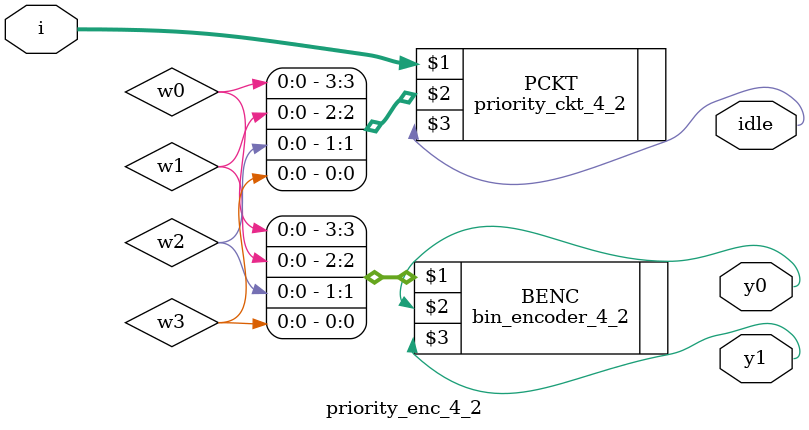
<source format=v>
module priority_enc_4_2(input [3:0] i, output y0,y1,idle);

wire w0,w1,w2,w3;

priority_ckt_4_2 PCKT(i,{w0,w1,w2,w3},idle);
bin_encoder_4_2 BENC({w0,w1,w2,w3},y0,y1);



endmodule
</source>
